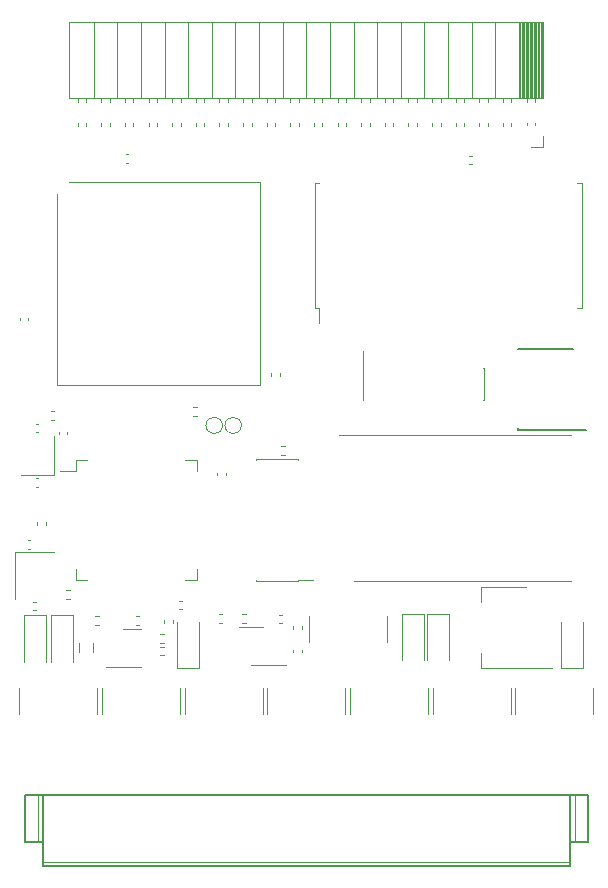
<source format=gbr>
%TF.GenerationSoftware,KiCad,Pcbnew,7.0.10*%
%TF.CreationDate,2024-03-26T21:26:04+03:00*%
%TF.ProjectId,com_1300,636f6d5f-3133-4303-902e-6b696361645f,rev?*%
%TF.SameCoordinates,Original*%
%TF.FileFunction,Legend,Top*%
%TF.FilePolarity,Positive*%
%FSLAX46Y46*%
G04 Gerber Fmt 4.6, Leading zero omitted, Abs format (unit mm)*
G04 Created by KiCad (PCBNEW 7.0.10) date 2024-03-26 21:26:04*
%MOMM*%
%LPD*%
G01*
G04 APERTURE LIST*
%ADD10C,0.120000*%
%ADD11C,0.150000*%
%ADD12C,0.100000*%
G04 APERTURE END LIST*
D10*
%TO.C,U17*%
X40700000Y-29000000D02*
X41100000Y-29000000D01*
X40700000Y-39600000D02*
X40700000Y-29000000D01*
X63300000Y-39600000D02*
X63300000Y-29000000D01*
X41100000Y-40800000D02*
X41100000Y-39600000D01*
X62900000Y-29000000D02*
X63300000Y-29000000D01*
X41100000Y-39600000D02*
X40700000Y-39600000D01*
X62900000Y-39600000D02*
X63300000Y-39600000D01*
%TO.C,C17*%
X20235000Y-69500000D02*
X20235000Y-65590000D01*
X18365000Y-65590000D02*
X18365000Y-69500000D01*
X20235000Y-65590000D02*
X18365000Y-65590000D01*
%TO.C,U6*%
X35300000Y-69770000D02*
X38300000Y-69770000D01*
X34300000Y-66530000D02*
X36300000Y-66530000D01*
D11*
%TO.C,J2*%
X62335000Y-84800000D02*
X63835000Y-84800000D01*
X62335000Y-86800000D02*
X62335000Y-80800000D01*
X63835000Y-80800000D02*
X16165000Y-80800000D01*
D10*
X62735000Y-84800000D02*
X62735000Y-80800000D01*
D12*
X17665000Y-86450000D02*
X62335000Y-86450000D01*
D11*
X16165000Y-84800000D02*
X17665000Y-84800000D01*
X63835000Y-84800000D02*
X63835000Y-80800000D01*
D10*
X17265000Y-84800000D02*
X17265000Y-80800000D01*
D11*
X16165000Y-80800000D02*
X16165000Y-84800000D01*
X17665000Y-86800000D02*
X62335000Y-86800000D01*
X17665000Y-80800000D02*
X17665000Y-86800000D01*
D10*
%TO.C,R9*%
X38153641Y-51980000D02*
X37846359Y-51980000D01*
X38153641Y-51220000D02*
X37846359Y-51220000D01*
%TO.C,C82*%
X29222164Y-64340000D02*
X29437836Y-64340000D01*
X29222164Y-65060000D02*
X29437836Y-65060000D01*
%TO.C,C76*%
X32440000Y-53727836D02*
X32440000Y-53512164D01*
X33160000Y-53727836D02*
X33160000Y-53512164D01*
%TO.C,C1*%
X52115000Y-69360000D02*
X52115000Y-65450000D01*
X52115000Y-65450000D02*
X50245000Y-65450000D01*
X50245000Y-65450000D02*
X50245000Y-69360000D01*
%TO.C,R7*%
X32586359Y-66205000D02*
X32893641Y-66205000D01*
X32586359Y-65445000D02*
X32893641Y-65445000D01*
%TO.C,C4*%
X61575000Y-70070000D02*
X63445000Y-70070000D01*
X61575000Y-66160000D02*
X61575000Y-70070000D01*
X63445000Y-70070000D02*
X63445000Y-66160000D01*
%TO.C,RN2*%
X22700000Y-73900000D02*
X22700000Y-71700000D01*
X29300000Y-73900000D02*
X29300000Y-71700000D01*
D11*
%TO.C,U4*%
X57955000Y-49850000D02*
X57955000Y-49750000D01*
X57955000Y-43025000D02*
X57955000Y-43050000D01*
X62605000Y-43025000D02*
X62605000Y-43050000D01*
X62605000Y-43025000D02*
X57955000Y-43025000D01*
X63680000Y-49850000D02*
X57955000Y-49850000D01*
D10*
%TO.C,C13*%
X15740000Y-40392164D02*
X15740000Y-40607836D01*
X16460000Y-40392164D02*
X16460000Y-40607836D01*
%TO.C,C14*%
X27950000Y-65982164D02*
X27950000Y-66197836D01*
X28670000Y-65982164D02*
X28670000Y-66197836D01*
%TO.C,U1*%
X58560000Y-63200000D02*
X54800000Y-63200000D01*
X54800000Y-63200000D02*
X54800000Y-64460000D01*
X54800000Y-70020000D02*
X54800000Y-68760000D01*
X60810000Y-70020000D02*
X54800000Y-70020000D01*
%TO.C,R21*%
X37020000Y-45046359D02*
X37020000Y-45353641D01*
X37780000Y-45046359D02*
X37780000Y-45353641D01*
%TO.C,C34*%
X54027836Y-26660000D02*
X53812164Y-26660000D01*
X54027836Y-27380000D02*
X53812164Y-27380000D01*
%TO.C,TP1*%
X34500000Y-49500000D02*
G75*
G03*
X33100000Y-49500000I-700000J0D01*
G01*
X33100000Y-49500000D02*
G75*
G03*
X34500000Y-49500000I700000J0D01*
G01*
%TO.C,RN3*%
X29700000Y-73900000D02*
X29700000Y-71700000D01*
X36300000Y-73900000D02*
X36300000Y-71700000D01*
%TO.C,R14*%
X30426359Y-47920000D02*
X30733641Y-47920000D01*
X30426359Y-48680000D02*
X30733641Y-48680000D01*
%TO.C,U7*%
X23000000Y-69920000D02*
X26000000Y-69920000D01*
X24500000Y-66700000D02*
X26000000Y-66700000D01*
%TO.C,R6*%
X17980000Y-57636359D02*
X17980000Y-57943641D01*
X17220000Y-57636359D02*
X17220000Y-57943641D01*
%TO.C,R2*%
X22403641Y-66380000D02*
X22096359Y-66380000D01*
X22403641Y-65620000D02*
X22096359Y-65620000D01*
%TO.C,J1*%
X43360000Y-23862917D02*
X43360000Y-24137083D01*
X26000000Y-15320000D02*
X26000000Y-21790000D01*
X44640000Y-23862917D02*
X44640000Y-24137083D01*
X25360000Y-23862917D02*
X25360000Y-24137083D01*
X22640000Y-23862917D02*
X22640000Y-24137083D01*
X59597646Y-15320000D02*
X59597646Y-21790000D01*
X59141174Y-15320000D02*
X59141174Y-21790000D01*
X19940000Y-15320000D02*
X19940000Y-21790000D01*
X53360000Y-21790000D02*
X53360000Y-22137083D01*
X24640000Y-21790000D02*
X24640000Y-22137083D01*
X60060000Y-15320000D02*
X60060000Y-21790000D01*
X51360000Y-21790000D02*
X51360000Y-22137083D01*
X49360000Y-21790000D02*
X49360000Y-22137083D01*
X48640000Y-23862917D02*
X48640000Y-24137083D01*
X26640000Y-21790000D02*
X26640000Y-22137083D01*
X40640000Y-21790000D02*
X40640000Y-22137083D01*
X59825882Y-15320000D02*
X59825882Y-21790000D01*
X59483528Y-15320000D02*
X59483528Y-21790000D01*
X29360000Y-23862917D02*
X29360000Y-24137083D01*
X28640000Y-23862917D02*
X28640000Y-24137083D01*
X50000000Y-15320000D02*
X50000000Y-21790000D01*
X21360000Y-23862917D02*
X21360000Y-24137083D01*
X36640000Y-23862917D02*
X36640000Y-24137083D01*
X38000000Y-15320000D02*
X38000000Y-21790000D01*
X22640000Y-21790000D02*
X22640000Y-22137083D01*
X21360000Y-21790000D02*
X21360000Y-22137083D01*
X28000000Y-15320000D02*
X28000000Y-21790000D01*
X20640000Y-23862917D02*
X20640000Y-24137083D01*
X47360000Y-21790000D02*
X47360000Y-22137083D01*
X59711764Y-15320000D02*
X59711764Y-21790000D01*
X58640000Y-21790000D02*
X58640000Y-22137083D01*
X22000000Y-15320000D02*
X22000000Y-21790000D01*
X42640000Y-23862917D02*
X42640000Y-24137083D01*
X32640000Y-23862917D02*
X32640000Y-24137083D01*
X33360000Y-23862917D02*
X33360000Y-24137083D01*
X57360000Y-21790000D02*
X57360000Y-22137083D01*
X42000000Y-15320000D02*
X42000000Y-21790000D01*
X48640000Y-21790000D02*
X48640000Y-22137083D01*
X31360000Y-21790000D02*
X31360000Y-22137083D01*
X23360000Y-21790000D02*
X23360000Y-22137083D01*
X34640000Y-23862917D02*
X34640000Y-24137083D01*
X60060000Y-25000000D02*
X60060000Y-25935000D01*
X35360000Y-23862917D02*
X35360000Y-24137083D01*
X39360000Y-23862917D02*
X39360000Y-24137083D01*
X41360000Y-21790000D02*
X41360000Y-22137083D01*
X56640000Y-23862917D02*
X56640000Y-24137083D01*
X57360000Y-23862917D02*
X57360000Y-24137083D01*
X55360000Y-21790000D02*
X55360000Y-22137083D01*
X58228230Y-15320000D02*
X58228230Y-21790000D01*
X51360000Y-23862917D02*
X51360000Y-24137083D01*
X27360000Y-23862917D02*
X27360000Y-24137083D01*
X33360000Y-21790000D02*
X33360000Y-22137083D01*
X50640000Y-23862917D02*
X50640000Y-24137083D01*
X29360000Y-21790000D02*
X29360000Y-22137083D01*
X44000000Y-15320000D02*
X44000000Y-21790000D01*
X45360000Y-21790000D02*
X45360000Y-22137083D01*
X38640000Y-21790000D02*
X38640000Y-22137083D01*
X39360000Y-21790000D02*
X39360000Y-22137083D01*
X47360000Y-23862917D02*
X47360000Y-24137083D01*
X42640000Y-21790000D02*
X42640000Y-22137083D01*
X24000000Y-15320000D02*
X24000000Y-21790000D01*
X31360000Y-23862917D02*
X31360000Y-24137083D01*
X38640000Y-23862917D02*
X38640000Y-24137083D01*
X54000000Y-15320000D02*
X54000000Y-21790000D01*
X52000000Y-15320000D02*
X52000000Y-21790000D01*
X36000000Y-15320000D02*
X36000000Y-21790000D01*
X60060000Y-25935000D02*
X59000000Y-25935000D01*
X53360000Y-23862917D02*
X53360000Y-24137083D01*
X43360000Y-21790000D02*
X43360000Y-22137083D01*
X48000000Y-15320000D02*
X48000000Y-21790000D01*
X40000000Y-15320000D02*
X40000000Y-21790000D01*
X59360000Y-21790000D02*
X59360000Y-22137083D01*
X23360000Y-23862917D02*
X23360000Y-24137083D01*
X54640000Y-21790000D02*
X54640000Y-22137083D01*
X30000000Y-15320000D02*
X30000000Y-21790000D01*
X28640000Y-21790000D02*
X28640000Y-22137083D01*
X59255292Y-15320000D02*
X59255292Y-21790000D01*
X25360000Y-21790000D02*
X25360000Y-22137083D01*
X46640000Y-21790000D02*
X46640000Y-22137083D01*
X35360000Y-21790000D02*
X35360000Y-22137083D01*
X52640000Y-23862917D02*
X52640000Y-24137083D01*
X60060000Y-21790000D02*
X19940000Y-21790000D01*
X37360000Y-23862917D02*
X37360000Y-24137083D01*
X59940000Y-15320000D02*
X59940000Y-21790000D01*
X40640000Y-23862917D02*
X40640000Y-24137083D01*
X60060000Y-15320000D02*
X19940000Y-15320000D01*
X56640000Y-21790000D02*
X56640000Y-22137083D01*
X58798820Y-15320000D02*
X58798820Y-21790000D01*
X58000000Y-15320000D02*
X58000000Y-21790000D01*
X30640000Y-23862917D02*
X30640000Y-24137083D01*
X32640000Y-21790000D02*
X32640000Y-22137083D01*
X27360000Y-21790000D02*
X27360000Y-22137083D01*
X49360000Y-23862917D02*
X49360000Y-24137083D01*
X58570584Y-15320000D02*
X58570584Y-21790000D01*
X44640000Y-21790000D02*
X44640000Y-22137083D01*
X59369410Y-15320000D02*
X59369410Y-21790000D01*
X20640000Y-21790000D02*
X20640000Y-22137083D01*
X24640000Y-23862917D02*
X24640000Y-24137083D01*
X59360000Y-23862917D02*
X59360000Y-24065000D01*
X52640000Y-21790000D02*
X52640000Y-22137083D01*
X56000000Y-15320000D02*
X56000000Y-21790000D01*
X46000000Y-15320000D02*
X46000000Y-21790000D01*
X50640000Y-21790000D02*
X50640000Y-22137083D01*
X30640000Y-21790000D02*
X30640000Y-22137083D01*
X58456466Y-15320000D02*
X58456466Y-21790000D01*
X58640000Y-23862917D02*
X58640000Y-24065000D01*
X54640000Y-23862917D02*
X54640000Y-24137083D01*
X34640000Y-21790000D02*
X34640000Y-22137083D01*
X36640000Y-21790000D02*
X36640000Y-22137083D01*
X58342348Y-15320000D02*
X58342348Y-21790000D01*
X58114112Y-15320000D02*
X58114112Y-21790000D01*
X26640000Y-23862917D02*
X26640000Y-24137083D01*
X59027056Y-15320000D02*
X59027056Y-21790000D01*
X41360000Y-23862917D02*
X41360000Y-24137083D01*
X45360000Y-23862917D02*
X45360000Y-24137083D01*
X46640000Y-23862917D02*
X46640000Y-24137083D01*
X34000000Y-15320000D02*
X34000000Y-21790000D01*
X58912938Y-15320000D02*
X58912938Y-21790000D01*
X58684702Y-15320000D02*
X58684702Y-21790000D01*
X37360000Y-21790000D02*
X37360000Y-22137083D01*
X55360000Y-23862917D02*
X55360000Y-24137083D01*
X32000000Y-15320000D02*
X32000000Y-21790000D01*
%TO.C,RN5*%
X50300000Y-73900000D02*
X50300000Y-71700000D01*
X43700000Y-73900000D02*
X43700000Y-71700000D01*
%TO.C,C10*%
X37692164Y-66235000D02*
X37907836Y-66235000D01*
X37692164Y-65515000D02*
X37907836Y-65515000D01*
%TO.C,RN7*%
X57700000Y-73900000D02*
X57700000Y-71700000D01*
X64300000Y-73900000D02*
X64300000Y-71700000D01*
%TO.C,RN8*%
X40200000Y-67800000D02*
X40200000Y-65600000D01*
X46800000Y-67800000D02*
X46800000Y-65600000D01*
%TO.C,C16*%
X29015000Y-66160000D02*
X29015000Y-70070000D01*
X29015000Y-70070000D02*
X30885000Y-70070000D01*
X30885000Y-70070000D02*
X30885000Y-66160000D01*
%TO.C,J4*%
X39265000Y-52360000D02*
X35735000Y-52360000D01*
X39265000Y-52425000D02*
X39265000Y-52360000D01*
X40590000Y-62575000D02*
X39265000Y-62575000D01*
X35735000Y-52425000D02*
X35735000Y-52360000D01*
X35735000Y-62640000D02*
X35735000Y-62575000D01*
X39265000Y-62640000D02*
X39265000Y-62575000D01*
X39265000Y-62640000D02*
X35735000Y-62640000D01*
%TO.C,C83*%
X17092164Y-49370000D02*
X17307836Y-49370000D01*
X17092164Y-50090000D02*
X17307836Y-50090000D01*
%TO.C,J3*%
X44760000Y-47330000D02*
X44760000Y-44670000D01*
X44820000Y-44670000D02*
X44820000Y-43210000D01*
X55040000Y-47330000D02*
X55040000Y-44670000D01*
X54980000Y-47330000D02*
X55040000Y-47330000D01*
X44760000Y-47330000D02*
X44820000Y-47330000D01*
X54980000Y-44670000D02*
X55040000Y-44670000D01*
X44760000Y-44670000D02*
X44820000Y-44670000D01*
%TO.C,C26*%
X19040000Y-50042164D02*
X19040000Y-50257836D01*
X19760000Y-50042164D02*
X19760000Y-50257836D01*
%TO.C,R8*%
X27953641Y-67930000D02*
X27646359Y-67930000D01*
X27953641Y-67170000D02*
X27646359Y-67170000D01*
%TO.C,RN1*%
X15700000Y-73900000D02*
X15700000Y-71700000D01*
X22300000Y-73900000D02*
X22300000Y-71700000D01*
%TO.C,C5*%
X17107836Y-65160000D02*
X16892164Y-65160000D01*
X17107836Y-64440000D02*
X16892164Y-64440000D01*
%TO.C,RN4*%
X36700000Y-73900000D02*
X36700000Y-71700000D01*
X43300000Y-73900000D02*
X43300000Y-71700000D01*
%TO.C,U3*%
X53200000Y-62660000D02*
X62400000Y-62660000D01*
X53200000Y-50340000D02*
X42725000Y-50340000D01*
X53200000Y-50340000D02*
X62400000Y-50340000D01*
X53200000Y-62660000D02*
X44000000Y-62660000D01*
%TO.C,RN6*%
X50700000Y-73900000D02*
X50700000Y-71700000D01*
X57300000Y-73900000D02*
X57300000Y-71700000D01*
%TO.C,U5*%
X18890000Y-46110000D02*
X18890000Y-29890000D01*
X19890000Y-28890000D02*
X36110000Y-28890000D01*
X36110000Y-28890000D02*
X36110000Y-46110000D01*
X36110000Y-46110000D02*
X18890000Y-46110000D01*
%TO.C,J1*%
X45360000Y-21790000D02*
X45360000Y-22137083D01*
X53360000Y-23862917D02*
X53360000Y-24137083D01*
X42000000Y-15320000D02*
X42000000Y-21790000D01*
X34640000Y-21790000D02*
X34640000Y-22137083D01*
X23360000Y-21790000D02*
X23360000Y-22137083D01*
X42640000Y-23862917D02*
X42640000Y-24137083D01*
X35360000Y-23862917D02*
X35360000Y-24137083D01*
X58456466Y-15320000D02*
X58456466Y-21790000D01*
X46640000Y-21790000D02*
X46640000Y-22137083D01*
X33360000Y-23862917D02*
X33360000Y-24137083D01*
X23360000Y-23862917D02*
X23360000Y-24137083D01*
X29360000Y-21790000D02*
X29360000Y-22137083D01*
X58570584Y-15320000D02*
X58570584Y-21790000D01*
X40640000Y-23862917D02*
X40640000Y-24137083D01*
X32640000Y-21790000D02*
X32640000Y-22137083D01*
X38000000Y-15320000D02*
X38000000Y-21790000D01*
X36000000Y-15320000D02*
X36000000Y-21790000D01*
X19940000Y-15320000D02*
X19940000Y-21790000D01*
X44640000Y-23862917D02*
X44640000Y-24137083D01*
X59141174Y-15320000D02*
X59141174Y-21790000D01*
X58342348Y-15320000D02*
X58342348Y-21790000D01*
X59360000Y-23862917D02*
X59360000Y-24065000D01*
X41360000Y-23862917D02*
X41360000Y-24137083D01*
X36640000Y-21790000D02*
X36640000Y-22137083D01*
X51360000Y-23862917D02*
X51360000Y-24137083D01*
X22640000Y-21790000D02*
X22640000Y-22137083D01*
X24640000Y-23862917D02*
X24640000Y-24137083D01*
X60060000Y-15320000D02*
X19940000Y-15320000D01*
X50640000Y-21790000D02*
X50640000Y-22137083D01*
X21360000Y-23862917D02*
X21360000Y-24137083D01*
X55360000Y-21790000D02*
X55360000Y-22137083D01*
X48000000Y-15320000D02*
X48000000Y-21790000D01*
X26640000Y-21790000D02*
X26640000Y-22137083D01*
X38640000Y-21790000D02*
X38640000Y-22137083D01*
X27360000Y-21790000D02*
X27360000Y-22137083D01*
X54640000Y-23862917D02*
X54640000Y-24137083D01*
X48640000Y-21790000D02*
X48640000Y-22137083D01*
X46640000Y-23862917D02*
X46640000Y-24137083D01*
X25360000Y-21790000D02*
X25360000Y-22137083D01*
X31360000Y-21790000D02*
X31360000Y-22137083D01*
X50000000Y-15320000D02*
X50000000Y-21790000D01*
X49360000Y-23862917D02*
X49360000Y-24137083D01*
X52640000Y-21790000D02*
X52640000Y-22137083D01*
X59360000Y-21790000D02*
X59360000Y-22137083D01*
X42640000Y-21790000D02*
X42640000Y-22137083D01*
X21360000Y-21790000D02*
X21360000Y-22137083D01*
X56640000Y-23862917D02*
X56640000Y-24137083D01*
X52640000Y-23862917D02*
X52640000Y-24137083D01*
X59711764Y-15320000D02*
X59711764Y-21790000D01*
X28000000Y-15320000D02*
X28000000Y-21790000D01*
X39360000Y-21790000D02*
X39360000Y-22137083D01*
X60060000Y-21790000D02*
X19940000Y-21790000D01*
X58228230Y-15320000D02*
X58228230Y-21790000D01*
X22000000Y-15320000D02*
X22000000Y-21790000D01*
X50640000Y-23862917D02*
X50640000Y-24137083D01*
X33360000Y-21790000D02*
X33360000Y-22137083D01*
X58640000Y-21790000D02*
X58640000Y-22137083D01*
X36640000Y-23862917D02*
X36640000Y-24137083D01*
X60060000Y-25000000D02*
X60060000Y-25935000D01*
X39360000Y-23862917D02*
X39360000Y-24137083D01*
X44000000Y-15320000D02*
X44000000Y-21790000D01*
X27360000Y-23862917D02*
X27360000Y-24137083D01*
X32000000Y-15320000D02*
X32000000Y-21790000D01*
X59940000Y-15320000D02*
X59940000Y-21790000D01*
X58912938Y-15320000D02*
X58912938Y-21790000D01*
X40640000Y-21790000D02*
X40640000Y-22137083D01*
X24640000Y-21790000D02*
X24640000Y-22137083D01*
X37360000Y-23862917D02*
X37360000Y-24137083D01*
X52000000Y-15320000D02*
X52000000Y-21790000D01*
X20640000Y-23862917D02*
X20640000Y-24137083D01*
X44640000Y-21790000D02*
X44640000Y-22137083D01*
X59825882Y-15320000D02*
X59825882Y-21790000D01*
X58798820Y-15320000D02*
X58798820Y-21790000D01*
X30640000Y-21790000D02*
X30640000Y-22137083D01*
X28640000Y-23862917D02*
X28640000Y-24137083D01*
X57360000Y-23862917D02*
X57360000Y-24137083D01*
X46000000Y-15320000D02*
X46000000Y-21790000D01*
X59027056Y-15320000D02*
X59027056Y-21790000D01*
X56000000Y-15320000D02*
X56000000Y-21790000D01*
X47360000Y-21790000D02*
X47360000Y-22137083D01*
X54640000Y-21790000D02*
X54640000Y-22137083D01*
X38640000Y-23862917D02*
X38640000Y-24137083D01*
X30640000Y-23862917D02*
X30640000Y-24137083D01*
X43360000Y-21790000D02*
X43360000Y-22137083D01*
X54000000Y-15320000D02*
X54000000Y-21790000D01*
X58000000Y-15320000D02*
X58000000Y-21790000D01*
X59597646Y-15320000D02*
X59597646Y-21790000D01*
X59483528Y-15320000D02*
X59483528Y-21790000D01*
X55360000Y-23862917D02*
X55360000Y-24137083D01*
X32640000Y-23862917D02*
X32640000Y-24137083D01*
X24000000Y-15320000D02*
X24000000Y-21790000D01*
X41360000Y-21790000D02*
X41360000Y-22137083D01*
X59369410Y-15320000D02*
X59369410Y-21790000D01*
X56640000Y-21790000D02*
X56640000Y-22137083D01*
X25360000Y-23862917D02*
X25360000Y-24137083D01*
X35360000Y-21790000D02*
X35360000Y-22137083D01*
X49360000Y-21790000D02*
X49360000Y-22137083D01*
X53360000Y-21790000D02*
X53360000Y-22137083D01*
X37360000Y-21790000D02*
X37360000Y-22137083D01*
X58684702Y-15320000D02*
X58684702Y-21790000D01*
X51360000Y-21790000D02*
X51360000Y-22137083D01*
X47360000Y-23862917D02*
X47360000Y-24137083D01*
X48640000Y-23862917D02*
X48640000Y-24137083D01*
X30000000Y-15320000D02*
X30000000Y-21790000D01*
X60060000Y-15320000D02*
X60060000Y-21790000D01*
X57360000Y-21790000D02*
X57360000Y-22137083D01*
X58640000Y-23862917D02*
X58640000Y-24065000D01*
X59255292Y-15320000D02*
X59255292Y-21790000D01*
X34000000Y-15320000D02*
X34000000Y-21790000D01*
X60060000Y-25935000D02*
X59000000Y-25935000D01*
X26000000Y-15320000D02*
X26000000Y-21790000D01*
X45360000Y-23862917D02*
X45360000Y-24137083D01*
X20640000Y-21790000D02*
X20640000Y-22137083D01*
X31360000Y-23862917D02*
X31360000Y-24137083D01*
X26640000Y-23862917D02*
X26640000Y-24137083D01*
X43360000Y-23862917D02*
X43360000Y-24137083D01*
X58114112Y-15320000D02*
X58114112Y-21790000D01*
X34640000Y-23862917D02*
X34640000Y-24137083D01*
X28640000Y-21790000D02*
X28640000Y-22137083D01*
X40000000Y-15320000D02*
X40000000Y-21790000D01*
X29360000Y-23862917D02*
X29360000Y-24137083D01*
X22640000Y-23862917D02*
X22640000Y-24137083D01*
%TO.C,TP2*%
X32900000Y-49500000D02*
G75*
G03*
X31500000Y-49500000I-700000J0D01*
G01*
X31500000Y-49500000D02*
G75*
G03*
X32900000Y-49500000I700000J0D01*
G01*
%TO.C,R13*%
X27953641Y-68220000D02*
X27646359Y-68220000D01*
X27953641Y-68980000D02*
X27646359Y-68980000D01*
%TO.C,U2*%
X21440000Y-52390000D02*
X20490000Y-52390000D01*
X30710000Y-62610000D02*
X30710000Y-61660000D01*
X20490000Y-53340000D02*
X19150000Y-53340000D01*
X29760000Y-62610000D02*
X30710000Y-62610000D01*
X20490000Y-52390000D02*
X20490000Y-53340000D01*
X21440000Y-62610000D02*
X20490000Y-62610000D01*
X29760000Y-52390000D02*
X30710000Y-52390000D01*
X30710000Y-52390000D02*
X30710000Y-53340000D01*
X20490000Y-62610000D02*
X20490000Y-61660000D01*
%TO.C,Y1*%
X18650000Y-60200000D02*
X15350000Y-60200000D01*
X15350000Y-60200000D02*
X15350000Y-64200000D01*
%TO.C,C2*%
X49935000Y-69360000D02*
X49935000Y-65450000D01*
X49935000Y-65450000D02*
X48065000Y-65450000D01*
X48065000Y-65450000D02*
X48065000Y-69360000D01*
%TO.C,R1*%
X19953641Y-64210000D02*
X19646359Y-64210000D01*
X19953641Y-63450000D02*
X19646359Y-63450000D01*
%TO.C,R23*%
X39630000Y-66778641D02*
X39630000Y-66471359D01*
X38870000Y-66778641D02*
X38870000Y-66471359D01*
%TO.C,C9*%
X24907836Y-27250000D02*
X24692164Y-27250000D01*
X24907836Y-26530000D02*
X24692164Y-26530000D01*
%TO.C,L1*%
X21910000Y-68709622D02*
X21910000Y-67910378D01*
X20790000Y-68709622D02*
X20790000Y-67910378D01*
%TO.C,R4*%
X18653641Y-49080000D02*
X18346359Y-49080000D01*
X18653641Y-48320000D02*
X18346359Y-48320000D01*
%TO.C,R5*%
X34586359Y-65445000D02*
X34893641Y-65445000D01*
X34586359Y-66205000D02*
X34893641Y-66205000D01*
%TO.C,C3*%
X16392164Y-59240000D02*
X16607836Y-59240000D01*
X16392164Y-59960000D02*
X16607836Y-59960000D01*
%TO.C,R12*%
X25843641Y-66380000D02*
X25536359Y-66380000D01*
X25843641Y-65620000D02*
X25536359Y-65620000D01*
%TO.C,Y2*%
X18600000Y-53680000D02*
X18600000Y-50380000D01*
X15800000Y-53680000D02*
X18600000Y-53680000D01*
%TO.C,C15*%
X17985000Y-65590000D02*
X16115000Y-65590000D01*
X17985000Y-69500000D02*
X17985000Y-65590000D01*
X16115000Y-65590000D02*
X16115000Y-69500000D01*
%TO.C,C22*%
X38880000Y-68483164D02*
X38880000Y-68698836D01*
X39600000Y-68483164D02*
X39600000Y-68698836D01*
%TO.C,C21*%
X17307836Y-53970000D02*
X17092164Y-53970000D01*
X17307836Y-54690000D02*
X17092164Y-54690000D01*
%TD*%
M02*

</source>
